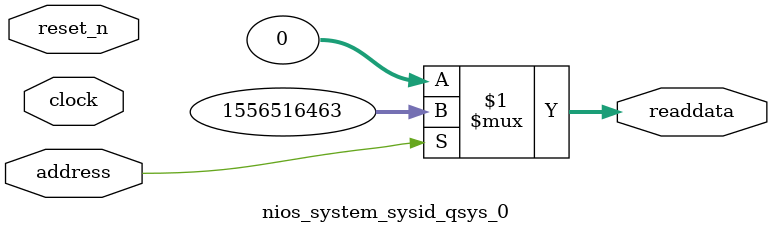
<source format=v>



// synthesis translate_off
`timescale 1ns / 1ps
// synthesis translate_on

// turn off superfluous verilog processor warnings 
// altera message_level Level1 
// altera message_off 10034 10035 10036 10037 10230 10240 10030 

module nios_system_sysid_qsys_0 (
               // inputs:
                address,
                clock,
                reset_n,

               // outputs:
                readdata
             )
;

  output  [ 31: 0] readdata;
  input            address;
  input            clock;
  input            reset_n;

  wire    [ 31: 0] readdata;
  //control_slave, which is an e_avalon_slave
  assign readdata = address ? 1556516463 : 0;

endmodule



</source>
